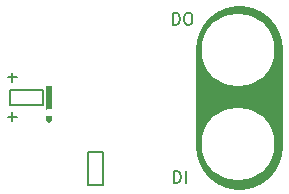
<source format=gto>
%TF.GenerationSoftware,KiCad,Pcbnew,5.0.2-bee76a0~70~ubuntu16.04.1*%
%TF.CreationDate,2019-01-01T17:35:33-08:00*%
%TF.ProjectId,2x3-LED-RGB-Mini-Neopixel-SMT,3278332d-4c45-4442-9d52-47422d4d696e,1.0*%
%TF.SameCoordinates,Original*%
%TF.FileFunction,Legend,Top*%
%TF.FilePolarity,Positive*%
%FSLAX46Y46*%
G04 Gerber Fmt 4.6, Leading zero omitted, Abs format (unit mm)*
G04 Created by KiCad (PCBNEW 5.0.2-bee76a0~70~ubuntu16.04.1) date Tue Jan  1 17:35:33 2019*
%MOMM*%
%LPD*%
G01*
G04 APERTURE LIST*
%ADD10C,0.150000*%
%ADD11C,0.152400*%
%ADD12C,7.400000*%
%ADD13C,0.500000*%
%ADD14C,0.600000*%
%ADD15C,1.002400*%
%ADD16C,0.350000*%
%ADD17C,6.152400*%
%ADD18R,0.902400X0.952400*%
%ADD19R,0.952400X0.902400*%
G04 APERTURE END LIST*
D10*
X20150584Y-38666546D02*
X20150584Y-41397046D01*
D11*
X18880584Y-38666546D02*
X20150584Y-38666546D01*
X18880584Y-41397046D02*
X20150584Y-41397046D01*
D10*
X18880584Y-41397046D02*
X18880584Y-38666546D01*
D12*
X31700000Y-29875000D02*
X31700000Y-38100000D01*
D10*
X12341500Y-33390000D02*
X15072000Y-33390000D01*
X15072000Y-34660000D02*
X12341500Y-34660000D01*
D11*
X12341500Y-34660000D02*
X12341500Y-33390000D01*
X15072000Y-34660000D02*
X15072000Y-33390000D01*
D13*
X15600000Y-35900000D02*
X15600000Y-32400000D01*
D10*
X26114285Y-27852380D02*
X26114285Y-26852380D01*
X26352380Y-26852380D01*
X26495238Y-26900000D01*
X26590476Y-26995238D01*
X26638095Y-27090476D01*
X26685714Y-27280952D01*
X26685714Y-27423809D01*
X26638095Y-27614285D01*
X26590476Y-27709523D01*
X26495238Y-27804761D01*
X26352380Y-27852380D01*
X26114285Y-27852380D01*
X27304761Y-26852380D02*
X27495238Y-26852380D01*
X27590476Y-26900000D01*
X27685714Y-26995238D01*
X27733333Y-27185714D01*
X27733333Y-27519047D01*
X27685714Y-27709523D01*
X27590476Y-27804761D01*
X27495238Y-27852380D01*
X27304761Y-27852380D01*
X27209523Y-27804761D01*
X27114285Y-27709523D01*
X27066666Y-27519047D01*
X27066666Y-27185714D01*
X27114285Y-26995238D01*
X27209523Y-26900000D01*
X27304761Y-26852380D01*
X12119047Y-35671428D02*
X12880952Y-35671428D01*
X12500000Y-36052380D02*
X12500000Y-35290476D01*
X26200000Y-41252380D02*
X26200000Y-40252380D01*
X26438095Y-40252380D01*
X26580952Y-40300000D01*
X26676190Y-40395238D01*
X26723809Y-40490476D01*
X26771428Y-40680952D01*
X26771428Y-40823809D01*
X26723809Y-41014285D01*
X26676190Y-41109523D01*
X26580952Y-41204761D01*
X26438095Y-41252380D01*
X26200000Y-41252380D01*
X27200000Y-41252380D02*
X27200000Y-40252380D01*
X12119047Y-32321428D02*
X12880952Y-32321428D01*
X12500000Y-32702380D02*
X12500000Y-31940476D01*
%LPC*%
D14*
X18307397Y-38000000D02*
G75*
G02X15800000Y-35300000I-2707397J0D01*
G01*
X20898149Y-30000000D02*
G75*
G02X23500000Y-32700000I2701851J0D01*
G01*
D15*
X21406155Y-33356282D03*
D16*
G36*
X21459188Y-34118119D02*
X20644318Y-33303249D01*
X21353122Y-32594445D01*
X22167992Y-33409315D01*
X21459188Y-34118119D01*
X21459188Y-34118119D01*
G37*
D15*
X18931282Y-35831155D03*
D16*
G36*
X18984315Y-36592992D02*
X18169445Y-35778122D01*
X18878249Y-35069318D01*
X19693119Y-35884188D01*
X18984315Y-36592992D01*
X18984315Y-36592992D01*
G37*
D15*
X20168718Y-32118845D03*
D16*
G36*
X20221751Y-32880682D02*
X19406881Y-32065812D01*
X20115685Y-31357008D01*
X20930555Y-32171878D01*
X20221751Y-32880682D01*
X20221751Y-32880682D01*
G37*
D15*
X17693845Y-34593718D03*
D16*
G36*
X17746878Y-35355555D02*
X16932008Y-34540685D01*
X17640812Y-33831881D01*
X18455682Y-34646751D01*
X17746878Y-35355555D01*
X17746878Y-35355555D01*
G37*
D17*
X31600000Y-30000000D03*
X31600000Y-38000000D03*
D18*
X19515584Y-39250046D03*
X19515584Y-40750046D03*
D19*
X12925000Y-34025000D03*
X14425000Y-34025000D03*
D17*
X15600000Y-30000000D03*
X23600000Y-38000000D03*
M02*

</source>
